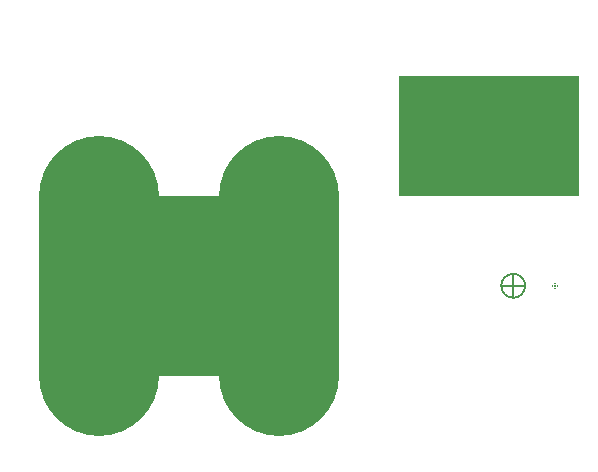
<source format=gbl>
%FSLAX34Y34*%
%AMRECT*
21,1,$1,$2-$3-$3,-$4,-$5,0*%
%ADD10C,0.00590551X0.00450551*%
%ADD14RECT,0.0807087X0.1023622X0.0118110X0.5000000X0.3000000*%
%AMTARGET*
1,1,$1,0,0*
$1=$1x0.8*
1,0,$1,0,0*
$1=$1x0.8*
1,1,$1,0,0*
$1=$1x0.8*
1,0,$1,0,0*
$1=$1x0.8*
1,1,$1,0,0*
$1=$1x0.8*
1,0,$1,0,0*%
%ADD15TARGET,0.020*%
%AMRECTROUNDCORNERS*
0 Rectangle with rounded corners. *
0 Offsets $4 and $5 are interpreted as the *
0 offset of the flash origin from the pad center. *
0 First create horizontal rectangle. *
21,1,$1,$2-$3-$3,-$4,-$5,0*
0 From now on, use width and height half-sizes. *
$10=$1/2*
$9=$10*
$8=$2/2*
0 Add top and bottom rectangles. *
22,1,$1-$3-$3,$3,-$9+$3-$4,$8-$3-$5,0*
22,1,$1-$3-$3,$3,-$9+$3-$4,-$8-$5,0*
0 Add circles at the corners. *
1,1,$3+$3,-$4+$9-$3,-$5+$8-$3*
1,1,$3+$3,-$4-$9+$3,-$5+$8-$3*
1,1,$3+$3,-$4-$9+$3,-$5-$8+$3*
1,1,$3+$3,-$4+$9-$3,-$5-$8+$3*%
%ADD16RECTROUNDCORNERS,1X1X0.2X0X0*%
G74*
D10*
X1100Y600D02*
G03*
X700Y1000I400J0D01*
X300Y600I0J400D01*
X700Y200I400J0D01*
X1100Y600I0J400D01*
X300D02*
G01*
X1100D01*
X700Y200D02*
Y1000D01*
D15*
X2100Y600D03*
D16*
X-10100Y600D03*
</source>
